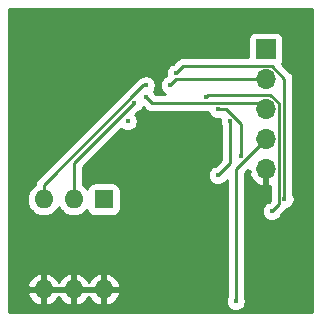
<source format=gbr>
G04 #@! TF.GenerationSoftware,KiCad,Pcbnew,(5.1.4)-1*
G04 #@! TF.CreationDate,2020-01-21T14:20:48+01:00*
G04 #@! TF.ProjectId,proj,70726f6a-2e6b-4696-9361-645f70636258,rev?*
G04 #@! TF.SameCoordinates,Original*
G04 #@! TF.FileFunction,Copper,L2,Bot*
G04 #@! TF.FilePolarity,Positive*
%FSLAX46Y46*%
G04 Gerber Fmt 4.6, Leading zero omitted, Abs format (unit mm)*
G04 Created by KiCad (PCBNEW (5.1.4)-1) date 2020-01-21 14:20:48*
%MOMM*%
%LPD*%
G04 APERTURE LIST*
%ADD10O,1.600000X1.600000*%
%ADD11R,1.600000X1.600000*%
%ADD12O,1.700000X1.700000*%
%ADD13R,1.700000X1.700000*%
%ADD14C,0.450000*%
%ADD15C,0.254000*%
G04 APERTURE END LIST*
D10*
X112776000Y-70612000D03*
X107696000Y-62992000D03*
X110236000Y-70612000D03*
X110236000Y-62992000D03*
X107696000Y-70612000D03*
D11*
X112776000Y-62992000D03*
D12*
X126492000Y-60452000D03*
X126492000Y-57912000D03*
X126492000Y-55372000D03*
X126492000Y-52832000D03*
D13*
X126492000Y-50292000D03*
D14*
X114808000Y-56388000D03*
X118872000Y-48768000D03*
X113284000Y-59944000D03*
X113284000Y-60960000D03*
X114300000Y-59944000D03*
X122428000Y-56646000D03*
X121920000Y-59944000D03*
X129032000Y-54356000D03*
X128524000Y-72136000D03*
X130048000Y-72136000D03*
X130048000Y-70612000D03*
X130048000Y-59944000D03*
X130048000Y-58420000D03*
X130048000Y-56896000D03*
X130048000Y-52324000D03*
X130048000Y-50800000D03*
X128524000Y-50800000D03*
X128524000Y-49276000D03*
X130048000Y-49276000D03*
X128524000Y-47752000D03*
X130048000Y-47752000D03*
X113284000Y-50292000D03*
X113284000Y-51816000D03*
X113284000Y-53340000D03*
X114300000Y-52324000D03*
X115316000Y-51308000D03*
X114300000Y-50292000D03*
X110744000Y-52324000D03*
X110744000Y-53848000D03*
X110744000Y-55372000D03*
X110744000Y-57404000D03*
X111760000Y-56388000D03*
X113792000Y-57912000D03*
X108712000Y-55372000D03*
X108712000Y-53848000D03*
X107188000Y-53848000D03*
X107188000Y-55372000D03*
X105664000Y-55372000D03*
X105664000Y-53848000D03*
X105664000Y-52324000D03*
X105664000Y-50800000D03*
X105664000Y-49276000D03*
X105664000Y-47752000D03*
X107188000Y-47244000D03*
X108712000Y-47244000D03*
X110236000Y-47244000D03*
X111760000Y-47244000D03*
X113284000Y-47244000D03*
X114808000Y-47244000D03*
X105664000Y-56896000D03*
X105664000Y-58420000D03*
X105664000Y-59944000D03*
X105664000Y-61468000D03*
X105664000Y-62992000D03*
X105664000Y-64516000D03*
X105664000Y-66040000D03*
X105664000Y-67564000D03*
X105664000Y-69088000D03*
X105664000Y-70612000D03*
X105664000Y-72136000D03*
X107188000Y-72136000D03*
X108712000Y-72136000D03*
X110236000Y-72136000D03*
X111760000Y-72136000D03*
X113284000Y-72136000D03*
X114808000Y-72136000D03*
X116332000Y-72136000D03*
X117856000Y-72136000D03*
X119380000Y-72136000D03*
X107188000Y-69088000D03*
X108712000Y-69088000D03*
X110236000Y-69088000D03*
X111760000Y-69088000D03*
X113284000Y-69088000D03*
X114808000Y-69088000D03*
X114808000Y-67564000D03*
X114808000Y-66040000D03*
X114808000Y-64516000D03*
X113284000Y-64516000D03*
X111760000Y-64516000D03*
X110236000Y-64516000D03*
X108712000Y-64516000D03*
X107188000Y-64516000D03*
X107188000Y-66040000D03*
X107188000Y-67564000D03*
X108712000Y-67564000D03*
X110236000Y-67564000D03*
X111760000Y-67564000D03*
X113284000Y-67564000D03*
X113284000Y-66040000D03*
X111760000Y-66040000D03*
X110236000Y-66040000D03*
X108712000Y-66040000D03*
X123444000Y-56387980D03*
X122428000Y-60960000D03*
X128075001Y-62992000D03*
X118872000Y-52324000D03*
X121412000Y-54356000D03*
X127000000Y-64008000D03*
X124375295Y-59351295D03*
X122428000Y-55372000D03*
X118364000Y-53340000D03*
X116332000Y-54356000D03*
X123952000Y-71628000D03*
X115316000Y-54864000D03*
X116332000Y-53340000D03*
D15*
X123444000Y-56706178D02*
X123444000Y-56387980D01*
X122428000Y-60960000D02*
X123444000Y-59944000D01*
X123444000Y-59944000D02*
X123444000Y-56706178D01*
X119468001Y-51727999D02*
X118872000Y-52324000D01*
X127021921Y-51727999D02*
X119468001Y-51727999D01*
X128075001Y-62992000D02*
X128075001Y-52781079D01*
X128075001Y-52781079D02*
X127021921Y-51727999D01*
X127596001Y-63411999D02*
X127000000Y-64008000D01*
X127596001Y-54842079D02*
X127596001Y-63411999D01*
X126884923Y-54131001D02*
X127596001Y-54842079D01*
X121412000Y-54356000D02*
X121636999Y-54131001D01*
X121636999Y-54131001D02*
X126884923Y-54131001D01*
X123136942Y-55372000D02*
X122428000Y-55372000D01*
X124375295Y-59351295D02*
X124375295Y-56610353D01*
X124375295Y-56610353D02*
X123136942Y-55372000D01*
X126492000Y-52832000D02*
X118872000Y-52832000D01*
X118872000Y-52832000D02*
X118364000Y-53340000D01*
X116840000Y-54864000D02*
X116332000Y-54356000D01*
X126492000Y-55372000D02*
X125984000Y-54864000D01*
X125984000Y-54864000D02*
X116840000Y-54864000D01*
X123952000Y-71309802D02*
X123952000Y-71628000D01*
X126492000Y-57912000D02*
X123952000Y-60452000D01*
X123952000Y-60452000D02*
X123952000Y-71309802D01*
X110236000Y-62992000D02*
X110236000Y-59944000D01*
X110236000Y-59944000D02*
X115316000Y-54864000D01*
X116131078Y-53340000D02*
X116332000Y-53340000D01*
X107696000Y-62992000D02*
X107696000Y-61775078D01*
X107696000Y-61775078D02*
X116131078Y-53340000D01*
G36*
X130429000Y-72517000D02*
G01*
X104775000Y-72517000D01*
X104775000Y-70961040D01*
X106304091Y-70961040D01*
X106398930Y-71225881D01*
X106543615Y-71467131D01*
X106732586Y-71675519D01*
X106958580Y-71843037D01*
X107212913Y-71963246D01*
X107346961Y-72003904D01*
X107569000Y-71881915D01*
X107569000Y-70739000D01*
X107823000Y-70739000D01*
X107823000Y-71881915D01*
X108045039Y-72003904D01*
X108179087Y-71963246D01*
X108433420Y-71843037D01*
X108659414Y-71675519D01*
X108848385Y-71467131D01*
X108966000Y-71271018D01*
X109083615Y-71467131D01*
X109272586Y-71675519D01*
X109498580Y-71843037D01*
X109752913Y-71963246D01*
X109886961Y-72003904D01*
X110109000Y-71881915D01*
X110109000Y-70739000D01*
X110363000Y-70739000D01*
X110363000Y-71881915D01*
X110585039Y-72003904D01*
X110719087Y-71963246D01*
X110973420Y-71843037D01*
X111199414Y-71675519D01*
X111388385Y-71467131D01*
X111506000Y-71271018D01*
X111623615Y-71467131D01*
X111812586Y-71675519D01*
X112038580Y-71843037D01*
X112292913Y-71963246D01*
X112426961Y-72003904D01*
X112649000Y-71881915D01*
X112649000Y-70739000D01*
X112903000Y-70739000D01*
X112903000Y-71881915D01*
X113125039Y-72003904D01*
X113259087Y-71963246D01*
X113513420Y-71843037D01*
X113739414Y-71675519D01*
X113928385Y-71467131D01*
X114073070Y-71225881D01*
X114167909Y-70961040D01*
X114046624Y-70739000D01*
X112903000Y-70739000D01*
X112649000Y-70739000D01*
X110363000Y-70739000D01*
X110109000Y-70739000D01*
X107823000Y-70739000D01*
X107569000Y-70739000D01*
X106425376Y-70739000D01*
X106304091Y-70961040D01*
X104775000Y-70961040D01*
X104775000Y-70262960D01*
X106304091Y-70262960D01*
X106425376Y-70485000D01*
X107569000Y-70485000D01*
X107569000Y-69342085D01*
X107823000Y-69342085D01*
X107823000Y-70485000D01*
X110109000Y-70485000D01*
X110109000Y-69342085D01*
X110363000Y-69342085D01*
X110363000Y-70485000D01*
X112649000Y-70485000D01*
X112649000Y-69342085D01*
X112903000Y-69342085D01*
X112903000Y-70485000D01*
X114046624Y-70485000D01*
X114167909Y-70262960D01*
X114073070Y-69998119D01*
X113928385Y-69756869D01*
X113739414Y-69548481D01*
X113513420Y-69380963D01*
X113259087Y-69260754D01*
X113125039Y-69220096D01*
X112903000Y-69342085D01*
X112649000Y-69342085D01*
X112426961Y-69220096D01*
X112292913Y-69260754D01*
X112038580Y-69380963D01*
X111812586Y-69548481D01*
X111623615Y-69756869D01*
X111506000Y-69952982D01*
X111388385Y-69756869D01*
X111199414Y-69548481D01*
X110973420Y-69380963D01*
X110719087Y-69260754D01*
X110585039Y-69220096D01*
X110363000Y-69342085D01*
X110109000Y-69342085D01*
X109886961Y-69220096D01*
X109752913Y-69260754D01*
X109498580Y-69380963D01*
X109272586Y-69548481D01*
X109083615Y-69756869D01*
X108966000Y-69952982D01*
X108848385Y-69756869D01*
X108659414Y-69548481D01*
X108433420Y-69380963D01*
X108179087Y-69260754D01*
X108045039Y-69220096D01*
X107823000Y-69342085D01*
X107569000Y-69342085D01*
X107346961Y-69220096D01*
X107212913Y-69260754D01*
X106958580Y-69380963D01*
X106732586Y-69548481D01*
X106543615Y-69756869D01*
X106398930Y-69998119D01*
X106304091Y-70262960D01*
X104775000Y-70262960D01*
X104775000Y-62992000D01*
X106254057Y-62992000D01*
X106281764Y-63273309D01*
X106363818Y-63543808D01*
X106497068Y-63793101D01*
X106676392Y-64011608D01*
X106894899Y-64190932D01*
X107144192Y-64324182D01*
X107414691Y-64406236D01*
X107625508Y-64427000D01*
X107766492Y-64427000D01*
X107977309Y-64406236D01*
X108247808Y-64324182D01*
X108497101Y-64190932D01*
X108715608Y-64011608D01*
X108894932Y-63793101D01*
X108966000Y-63660142D01*
X109037068Y-63793101D01*
X109216392Y-64011608D01*
X109434899Y-64190932D01*
X109684192Y-64324182D01*
X109954691Y-64406236D01*
X110165508Y-64427000D01*
X110306492Y-64427000D01*
X110517309Y-64406236D01*
X110787808Y-64324182D01*
X111037101Y-64190932D01*
X111255608Y-64011608D01*
X111348419Y-63898518D01*
X111350188Y-63916482D01*
X111386498Y-64036180D01*
X111445463Y-64146494D01*
X111524815Y-64243185D01*
X111621506Y-64322537D01*
X111731820Y-64381502D01*
X111851518Y-64417812D01*
X111976000Y-64430072D01*
X113576000Y-64430072D01*
X113700482Y-64417812D01*
X113820180Y-64381502D01*
X113930494Y-64322537D01*
X114027185Y-64243185D01*
X114106537Y-64146494D01*
X114165502Y-64036180D01*
X114201812Y-63916482D01*
X114214072Y-63792000D01*
X114214072Y-62192000D01*
X114201812Y-62067518D01*
X114165502Y-61947820D01*
X114106537Y-61837506D01*
X114027185Y-61740815D01*
X113930494Y-61661463D01*
X113820180Y-61602498D01*
X113700482Y-61566188D01*
X113576000Y-61553928D01*
X111976000Y-61553928D01*
X111851518Y-61566188D01*
X111731820Y-61602498D01*
X111621506Y-61661463D01*
X111524815Y-61740815D01*
X111445463Y-61837506D01*
X111386498Y-61947820D01*
X111350188Y-62067518D01*
X111348419Y-62085482D01*
X111255608Y-61972392D01*
X111037101Y-61793068D01*
X110998000Y-61772168D01*
X110998000Y-60259630D01*
X114230704Y-57026927D01*
X114259782Y-57056005D01*
X114400637Y-57150122D01*
X114557147Y-57214951D01*
X114723297Y-57248000D01*
X114892703Y-57248000D01*
X115058853Y-57214951D01*
X115215363Y-57150122D01*
X115356218Y-57056005D01*
X115476005Y-56936218D01*
X115570122Y-56795363D01*
X115634951Y-56638853D01*
X115668000Y-56472703D01*
X115668000Y-56303297D01*
X115634951Y-56137147D01*
X115570122Y-55980637D01*
X115476005Y-55839782D01*
X115446927Y-55810704D01*
X115566637Y-55690994D01*
X115566853Y-55690951D01*
X115723363Y-55626122D01*
X115864218Y-55532005D01*
X115984005Y-55412218D01*
X116078122Y-55271363D01*
X116104954Y-55206584D01*
X116274716Y-55376346D01*
X116298578Y-55405422D01*
X116414608Y-55500645D01*
X116546985Y-55571402D01*
X116690622Y-55614974D01*
X116802574Y-55626000D01*
X116802583Y-55626000D01*
X116839999Y-55629685D01*
X116877415Y-55626000D01*
X121602353Y-55626000D01*
X121665878Y-55779363D01*
X121759995Y-55920218D01*
X121879782Y-56040005D01*
X122020637Y-56134122D01*
X122177147Y-56198951D01*
X122343297Y-56232000D01*
X122512703Y-56232000D01*
X122601699Y-56214298D01*
X122584000Y-56303277D01*
X122584000Y-56472683D01*
X122617049Y-56638833D01*
X122681878Y-56795343D01*
X122682001Y-56795527D01*
X122682000Y-59628369D01*
X122177364Y-60133006D01*
X122177147Y-60133049D01*
X122020637Y-60197878D01*
X121879782Y-60291995D01*
X121759995Y-60411782D01*
X121665878Y-60552637D01*
X121601049Y-60709147D01*
X121568000Y-60875297D01*
X121568000Y-61044703D01*
X121601049Y-61210853D01*
X121665878Y-61367363D01*
X121759995Y-61508218D01*
X121879782Y-61628005D01*
X122020637Y-61722122D01*
X122177147Y-61786951D01*
X122343297Y-61820000D01*
X122512703Y-61820000D01*
X122678853Y-61786951D01*
X122835363Y-61722122D01*
X122976218Y-61628005D01*
X123096005Y-61508218D01*
X123190000Y-61367545D01*
X123190001Y-71220453D01*
X123189878Y-71220637D01*
X123125049Y-71377147D01*
X123092000Y-71543297D01*
X123092000Y-71712703D01*
X123125049Y-71878853D01*
X123189878Y-72035363D01*
X123283995Y-72176218D01*
X123403782Y-72296005D01*
X123544637Y-72390122D01*
X123701147Y-72454951D01*
X123867297Y-72488000D01*
X124036703Y-72488000D01*
X124202853Y-72454951D01*
X124359363Y-72390122D01*
X124500218Y-72296005D01*
X124620005Y-72176218D01*
X124714122Y-72035363D01*
X124778951Y-71878853D01*
X124812000Y-71712703D01*
X124812000Y-71543297D01*
X124778951Y-71377147D01*
X124714122Y-71220637D01*
X124714000Y-71220454D01*
X124714000Y-60767630D01*
X125007000Y-60474630D01*
X125007000Y-60579002D01*
X125171844Y-60579002D01*
X125050524Y-60808890D01*
X125095175Y-60956099D01*
X125220359Y-61218920D01*
X125394412Y-61452269D01*
X125610645Y-61647178D01*
X125860748Y-61796157D01*
X126135109Y-61893481D01*
X126365000Y-61772814D01*
X126365000Y-60579000D01*
X126345000Y-60579000D01*
X126345000Y-60325000D01*
X126365000Y-60325000D01*
X126365000Y-60305000D01*
X126619000Y-60305000D01*
X126619000Y-60325000D01*
X126639000Y-60325000D01*
X126639000Y-60579000D01*
X126619000Y-60579000D01*
X126619000Y-61772814D01*
X126834002Y-61885666D01*
X126834002Y-63096368D01*
X126749364Y-63181006D01*
X126749147Y-63181049D01*
X126592637Y-63245878D01*
X126451782Y-63339995D01*
X126331995Y-63459782D01*
X126237878Y-63600637D01*
X126173049Y-63757147D01*
X126140000Y-63923297D01*
X126140000Y-64092703D01*
X126173049Y-64258853D01*
X126237878Y-64415363D01*
X126331995Y-64556218D01*
X126451782Y-64676005D01*
X126592637Y-64770122D01*
X126749147Y-64834951D01*
X126915297Y-64868000D01*
X127084703Y-64868000D01*
X127250853Y-64834951D01*
X127407363Y-64770122D01*
X127548218Y-64676005D01*
X127668005Y-64556218D01*
X127762122Y-64415363D01*
X127826951Y-64258853D01*
X127826994Y-64258636D01*
X128108347Y-63977283D01*
X128137423Y-63953421D01*
X128197858Y-63879780D01*
X128232549Y-63837510D01*
X128325854Y-63818951D01*
X128482364Y-63754122D01*
X128623219Y-63660005D01*
X128743006Y-63540218D01*
X128837123Y-63399363D01*
X128901952Y-63242853D01*
X128935001Y-63076703D01*
X128935001Y-62907297D01*
X128901952Y-62741147D01*
X128837123Y-62584637D01*
X128837001Y-62584454D01*
X128837001Y-52818501D01*
X128840687Y-52781078D01*
X128837001Y-52743653D01*
X128825975Y-52631701D01*
X128782403Y-52488064D01*
X128711646Y-52355687D01*
X128616423Y-52239657D01*
X128587352Y-52215800D01*
X127870513Y-51498960D01*
X127872537Y-51496494D01*
X127931502Y-51386180D01*
X127967812Y-51266482D01*
X127980072Y-51142000D01*
X127980072Y-49442000D01*
X127967812Y-49317518D01*
X127931502Y-49197820D01*
X127872537Y-49087506D01*
X127793185Y-48990815D01*
X127696494Y-48911463D01*
X127586180Y-48852498D01*
X127466482Y-48816188D01*
X127342000Y-48803928D01*
X125642000Y-48803928D01*
X125517518Y-48816188D01*
X125397820Y-48852498D01*
X125287506Y-48911463D01*
X125190815Y-48990815D01*
X125111463Y-49087506D01*
X125052498Y-49197820D01*
X125016188Y-49317518D01*
X125003928Y-49442000D01*
X125003928Y-50965999D01*
X119505424Y-50965999D01*
X119468001Y-50962313D01*
X119430578Y-50965999D01*
X119430575Y-50965999D01*
X119318623Y-50977025D01*
X119174986Y-51020597D01*
X119113365Y-51053534D01*
X119042608Y-51091354D01*
X119000220Y-51126142D01*
X118926579Y-51186577D01*
X118902717Y-51215653D01*
X118621364Y-51497006D01*
X118621147Y-51497049D01*
X118464637Y-51561878D01*
X118323782Y-51655995D01*
X118203995Y-51775782D01*
X118109878Y-51916637D01*
X118045049Y-52073147D01*
X118012000Y-52239297D01*
X118012000Y-52408703D01*
X118038875Y-52543814D01*
X117956637Y-52577878D01*
X117815782Y-52671995D01*
X117695995Y-52791782D01*
X117601878Y-52932637D01*
X117537049Y-53089147D01*
X117504000Y-53255297D01*
X117504000Y-53424703D01*
X117537049Y-53590853D01*
X117601878Y-53747363D01*
X117695995Y-53888218D01*
X117815782Y-54008005D01*
X117956454Y-54102000D01*
X117157647Y-54102000D01*
X117094122Y-53948637D01*
X117026878Y-53848000D01*
X117094122Y-53747363D01*
X117158951Y-53590853D01*
X117192000Y-53424703D01*
X117192000Y-53255297D01*
X117158951Y-53089147D01*
X117094122Y-52932637D01*
X117000005Y-52791782D01*
X116880218Y-52671995D01*
X116739363Y-52577878D01*
X116582853Y-52513049D01*
X116416703Y-52480000D01*
X116247297Y-52480000D01*
X116081147Y-52513049D01*
X115924637Y-52577878D01*
X115846635Y-52629998D01*
X115838063Y-52632598D01*
X115776442Y-52665535D01*
X115705685Y-52703355D01*
X115671558Y-52731363D01*
X115589656Y-52798578D01*
X115565794Y-52827654D01*
X107183649Y-61209799D01*
X107154579Y-61233656D01*
X107130722Y-61262726D01*
X107130721Y-61262727D01*
X107059355Y-61349686D01*
X106988599Y-61482063D01*
X106945027Y-61625700D01*
X106930412Y-61774086D01*
X106894899Y-61793068D01*
X106676392Y-61972392D01*
X106497068Y-62190899D01*
X106363818Y-62440192D01*
X106281764Y-62710691D01*
X106254057Y-62992000D01*
X104775000Y-62992000D01*
X104775000Y-46863000D01*
X130429000Y-46863000D01*
X130429000Y-72517000D01*
X130429000Y-72517000D01*
G37*
X130429000Y-72517000D02*
X104775000Y-72517000D01*
X104775000Y-70961040D01*
X106304091Y-70961040D01*
X106398930Y-71225881D01*
X106543615Y-71467131D01*
X106732586Y-71675519D01*
X106958580Y-71843037D01*
X107212913Y-71963246D01*
X107346961Y-72003904D01*
X107569000Y-71881915D01*
X107569000Y-70739000D01*
X107823000Y-70739000D01*
X107823000Y-71881915D01*
X108045039Y-72003904D01*
X108179087Y-71963246D01*
X108433420Y-71843037D01*
X108659414Y-71675519D01*
X108848385Y-71467131D01*
X108966000Y-71271018D01*
X109083615Y-71467131D01*
X109272586Y-71675519D01*
X109498580Y-71843037D01*
X109752913Y-71963246D01*
X109886961Y-72003904D01*
X110109000Y-71881915D01*
X110109000Y-70739000D01*
X110363000Y-70739000D01*
X110363000Y-71881915D01*
X110585039Y-72003904D01*
X110719087Y-71963246D01*
X110973420Y-71843037D01*
X111199414Y-71675519D01*
X111388385Y-71467131D01*
X111506000Y-71271018D01*
X111623615Y-71467131D01*
X111812586Y-71675519D01*
X112038580Y-71843037D01*
X112292913Y-71963246D01*
X112426961Y-72003904D01*
X112649000Y-71881915D01*
X112649000Y-70739000D01*
X112903000Y-70739000D01*
X112903000Y-71881915D01*
X113125039Y-72003904D01*
X113259087Y-71963246D01*
X113513420Y-71843037D01*
X113739414Y-71675519D01*
X113928385Y-71467131D01*
X114073070Y-71225881D01*
X114167909Y-70961040D01*
X114046624Y-70739000D01*
X112903000Y-70739000D01*
X112649000Y-70739000D01*
X110363000Y-70739000D01*
X110109000Y-70739000D01*
X107823000Y-70739000D01*
X107569000Y-70739000D01*
X106425376Y-70739000D01*
X106304091Y-70961040D01*
X104775000Y-70961040D01*
X104775000Y-70262960D01*
X106304091Y-70262960D01*
X106425376Y-70485000D01*
X107569000Y-70485000D01*
X107569000Y-69342085D01*
X107823000Y-69342085D01*
X107823000Y-70485000D01*
X110109000Y-70485000D01*
X110109000Y-69342085D01*
X110363000Y-69342085D01*
X110363000Y-70485000D01*
X112649000Y-70485000D01*
X112649000Y-69342085D01*
X112903000Y-69342085D01*
X112903000Y-70485000D01*
X114046624Y-70485000D01*
X114167909Y-70262960D01*
X114073070Y-69998119D01*
X113928385Y-69756869D01*
X113739414Y-69548481D01*
X113513420Y-69380963D01*
X113259087Y-69260754D01*
X113125039Y-69220096D01*
X112903000Y-69342085D01*
X112649000Y-69342085D01*
X112426961Y-69220096D01*
X112292913Y-69260754D01*
X112038580Y-69380963D01*
X111812586Y-69548481D01*
X111623615Y-69756869D01*
X111506000Y-69952982D01*
X111388385Y-69756869D01*
X111199414Y-69548481D01*
X110973420Y-69380963D01*
X110719087Y-69260754D01*
X110585039Y-69220096D01*
X110363000Y-69342085D01*
X110109000Y-69342085D01*
X109886961Y-69220096D01*
X109752913Y-69260754D01*
X109498580Y-69380963D01*
X109272586Y-69548481D01*
X109083615Y-69756869D01*
X108966000Y-69952982D01*
X108848385Y-69756869D01*
X108659414Y-69548481D01*
X108433420Y-69380963D01*
X108179087Y-69260754D01*
X108045039Y-69220096D01*
X107823000Y-69342085D01*
X107569000Y-69342085D01*
X107346961Y-69220096D01*
X107212913Y-69260754D01*
X106958580Y-69380963D01*
X106732586Y-69548481D01*
X106543615Y-69756869D01*
X106398930Y-69998119D01*
X106304091Y-70262960D01*
X104775000Y-70262960D01*
X104775000Y-62992000D01*
X106254057Y-62992000D01*
X106281764Y-63273309D01*
X106363818Y-63543808D01*
X106497068Y-63793101D01*
X106676392Y-64011608D01*
X106894899Y-64190932D01*
X107144192Y-64324182D01*
X107414691Y-64406236D01*
X107625508Y-64427000D01*
X107766492Y-64427000D01*
X107977309Y-64406236D01*
X108247808Y-64324182D01*
X108497101Y-64190932D01*
X108715608Y-64011608D01*
X108894932Y-63793101D01*
X108966000Y-63660142D01*
X109037068Y-63793101D01*
X109216392Y-64011608D01*
X109434899Y-64190932D01*
X109684192Y-64324182D01*
X109954691Y-64406236D01*
X110165508Y-64427000D01*
X110306492Y-64427000D01*
X110517309Y-64406236D01*
X110787808Y-64324182D01*
X111037101Y-64190932D01*
X111255608Y-64011608D01*
X111348419Y-63898518D01*
X111350188Y-63916482D01*
X111386498Y-64036180D01*
X111445463Y-64146494D01*
X111524815Y-64243185D01*
X111621506Y-64322537D01*
X111731820Y-64381502D01*
X111851518Y-64417812D01*
X111976000Y-64430072D01*
X113576000Y-64430072D01*
X113700482Y-64417812D01*
X113820180Y-64381502D01*
X113930494Y-64322537D01*
X114027185Y-64243185D01*
X114106537Y-64146494D01*
X114165502Y-64036180D01*
X114201812Y-63916482D01*
X114214072Y-63792000D01*
X114214072Y-62192000D01*
X114201812Y-62067518D01*
X114165502Y-61947820D01*
X114106537Y-61837506D01*
X114027185Y-61740815D01*
X113930494Y-61661463D01*
X113820180Y-61602498D01*
X113700482Y-61566188D01*
X113576000Y-61553928D01*
X111976000Y-61553928D01*
X111851518Y-61566188D01*
X111731820Y-61602498D01*
X111621506Y-61661463D01*
X111524815Y-61740815D01*
X111445463Y-61837506D01*
X111386498Y-61947820D01*
X111350188Y-62067518D01*
X111348419Y-62085482D01*
X111255608Y-61972392D01*
X111037101Y-61793068D01*
X110998000Y-61772168D01*
X110998000Y-60259630D01*
X114230704Y-57026927D01*
X114259782Y-57056005D01*
X114400637Y-57150122D01*
X114557147Y-57214951D01*
X114723297Y-57248000D01*
X114892703Y-57248000D01*
X115058853Y-57214951D01*
X115215363Y-57150122D01*
X115356218Y-57056005D01*
X115476005Y-56936218D01*
X115570122Y-56795363D01*
X115634951Y-56638853D01*
X115668000Y-56472703D01*
X115668000Y-56303297D01*
X115634951Y-56137147D01*
X115570122Y-55980637D01*
X115476005Y-55839782D01*
X115446927Y-55810704D01*
X115566637Y-55690994D01*
X115566853Y-55690951D01*
X115723363Y-55626122D01*
X115864218Y-55532005D01*
X115984005Y-55412218D01*
X116078122Y-55271363D01*
X116104954Y-55206584D01*
X116274716Y-55376346D01*
X116298578Y-55405422D01*
X116414608Y-55500645D01*
X116546985Y-55571402D01*
X116690622Y-55614974D01*
X116802574Y-55626000D01*
X116802583Y-55626000D01*
X116839999Y-55629685D01*
X116877415Y-55626000D01*
X121602353Y-55626000D01*
X121665878Y-55779363D01*
X121759995Y-55920218D01*
X121879782Y-56040005D01*
X122020637Y-56134122D01*
X122177147Y-56198951D01*
X122343297Y-56232000D01*
X122512703Y-56232000D01*
X122601699Y-56214298D01*
X122584000Y-56303277D01*
X122584000Y-56472683D01*
X122617049Y-56638833D01*
X122681878Y-56795343D01*
X122682001Y-56795527D01*
X122682000Y-59628369D01*
X122177364Y-60133006D01*
X122177147Y-60133049D01*
X122020637Y-60197878D01*
X121879782Y-60291995D01*
X121759995Y-60411782D01*
X121665878Y-60552637D01*
X121601049Y-60709147D01*
X121568000Y-60875297D01*
X121568000Y-61044703D01*
X121601049Y-61210853D01*
X121665878Y-61367363D01*
X121759995Y-61508218D01*
X121879782Y-61628005D01*
X122020637Y-61722122D01*
X122177147Y-61786951D01*
X122343297Y-61820000D01*
X122512703Y-61820000D01*
X122678853Y-61786951D01*
X122835363Y-61722122D01*
X122976218Y-61628005D01*
X123096005Y-61508218D01*
X123190000Y-61367545D01*
X123190001Y-71220453D01*
X123189878Y-71220637D01*
X123125049Y-71377147D01*
X123092000Y-71543297D01*
X123092000Y-71712703D01*
X123125049Y-71878853D01*
X123189878Y-72035363D01*
X123283995Y-72176218D01*
X123403782Y-72296005D01*
X123544637Y-72390122D01*
X123701147Y-72454951D01*
X123867297Y-72488000D01*
X124036703Y-72488000D01*
X124202853Y-72454951D01*
X124359363Y-72390122D01*
X124500218Y-72296005D01*
X124620005Y-72176218D01*
X124714122Y-72035363D01*
X124778951Y-71878853D01*
X124812000Y-71712703D01*
X124812000Y-71543297D01*
X124778951Y-71377147D01*
X124714122Y-71220637D01*
X124714000Y-71220454D01*
X124714000Y-60767630D01*
X125007000Y-60474630D01*
X125007000Y-60579002D01*
X125171844Y-60579002D01*
X125050524Y-60808890D01*
X125095175Y-60956099D01*
X125220359Y-61218920D01*
X125394412Y-61452269D01*
X125610645Y-61647178D01*
X125860748Y-61796157D01*
X126135109Y-61893481D01*
X126365000Y-61772814D01*
X126365000Y-60579000D01*
X126345000Y-60579000D01*
X126345000Y-60325000D01*
X126365000Y-60325000D01*
X126365000Y-60305000D01*
X126619000Y-60305000D01*
X126619000Y-60325000D01*
X126639000Y-60325000D01*
X126639000Y-60579000D01*
X126619000Y-60579000D01*
X126619000Y-61772814D01*
X126834002Y-61885666D01*
X126834002Y-63096368D01*
X126749364Y-63181006D01*
X126749147Y-63181049D01*
X126592637Y-63245878D01*
X126451782Y-63339995D01*
X126331995Y-63459782D01*
X126237878Y-63600637D01*
X126173049Y-63757147D01*
X126140000Y-63923297D01*
X126140000Y-64092703D01*
X126173049Y-64258853D01*
X126237878Y-64415363D01*
X126331995Y-64556218D01*
X126451782Y-64676005D01*
X126592637Y-64770122D01*
X126749147Y-64834951D01*
X126915297Y-64868000D01*
X127084703Y-64868000D01*
X127250853Y-64834951D01*
X127407363Y-64770122D01*
X127548218Y-64676005D01*
X127668005Y-64556218D01*
X127762122Y-64415363D01*
X127826951Y-64258853D01*
X127826994Y-64258636D01*
X128108347Y-63977283D01*
X128137423Y-63953421D01*
X128197858Y-63879780D01*
X128232549Y-63837510D01*
X128325854Y-63818951D01*
X128482364Y-63754122D01*
X128623219Y-63660005D01*
X128743006Y-63540218D01*
X128837123Y-63399363D01*
X128901952Y-63242853D01*
X128935001Y-63076703D01*
X128935001Y-62907297D01*
X128901952Y-62741147D01*
X128837123Y-62584637D01*
X128837001Y-62584454D01*
X128837001Y-52818501D01*
X128840687Y-52781078D01*
X128837001Y-52743653D01*
X128825975Y-52631701D01*
X128782403Y-52488064D01*
X128711646Y-52355687D01*
X128616423Y-52239657D01*
X128587352Y-52215800D01*
X127870513Y-51498960D01*
X127872537Y-51496494D01*
X127931502Y-51386180D01*
X127967812Y-51266482D01*
X127980072Y-51142000D01*
X127980072Y-49442000D01*
X127967812Y-49317518D01*
X127931502Y-49197820D01*
X127872537Y-49087506D01*
X127793185Y-48990815D01*
X127696494Y-48911463D01*
X127586180Y-48852498D01*
X127466482Y-48816188D01*
X127342000Y-48803928D01*
X125642000Y-48803928D01*
X125517518Y-48816188D01*
X125397820Y-48852498D01*
X125287506Y-48911463D01*
X125190815Y-48990815D01*
X125111463Y-49087506D01*
X125052498Y-49197820D01*
X125016188Y-49317518D01*
X125003928Y-49442000D01*
X125003928Y-50965999D01*
X119505424Y-50965999D01*
X119468001Y-50962313D01*
X119430578Y-50965999D01*
X119430575Y-50965999D01*
X119318623Y-50977025D01*
X119174986Y-51020597D01*
X119113365Y-51053534D01*
X119042608Y-51091354D01*
X119000220Y-51126142D01*
X118926579Y-51186577D01*
X118902717Y-51215653D01*
X118621364Y-51497006D01*
X118621147Y-51497049D01*
X118464637Y-51561878D01*
X118323782Y-51655995D01*
X118203995Y-51775782D01*
X118109878Y-51916637D01*
X118045049Y-52073147D01*
X118012000Y-52239297D01*
X118012000Y-52408703D01*
X118038875Y-52543814D01*
X117956637Y-52577878D01*
X117815782Y-52671995D01*
X117695995Y-52791782D01*
X117601878Y-52932637D01*
X117537049Y-53089147D01*
X117504000Y-53255297D01*
X117504000Y-53424703D01*
X117537049Y-53590853D01*
X117601878Y-53747363D01*
X117695995Y-53888218D01*
X117815782Y-54008005D01*
X117956454Y-54102000D01*
X117157647Y-54102000D01*
X117094122Y-53948637D01*
X117026878Y-53848000D01*
X117094122Y-53747363D01*
X117158951Y-53590853D01*
X117192000Y-53424703D01*
X117192000Y-53255297D01*
X117158951Y-53089147D01*
X117094122Y-52932637D01*
X117000005Y-52791782D01*
X116880218Y-52671995D01*
X116739363Y-52577878D01*
X116582853Y-52513049D01*
X116416703Y-52480000D01*
X116247297Y-52480000D01*
X116081147Y-52513049D01*
X115924637Y-52577878D01*
X115846635Y-52629998D01*
X115838063Y-52632598D01*
X115776442Y-52665535D01*
X115705685Y-52703355D01*
X115671558Y-52731363D01*
X115589656Y-52798578D01*
X115565794Y-52827654D01*
X107183649Y-61209799D01*
X107154579Y-61233656D01*
X107130722Y-61262726D01*
X107130721Y-61262727D01*
X107059355Y-61349686D01*
X106988599Y-61482063D01*
X106945027Y-61625700D01*
X106930412Y-61774086D01*
X106894899Y-61793068D01*
X106676392Y-61972392D01*
X106497068Y-62190899D01*
X106363818Y-62440192D01*
X106281764Y-62710691D01*
X106254057Y-62992000D01*
X104775000Y-62992000D01*
X104775000Y-46863000D01*
X130429000Y-46863000D01*
X130429000Y-72517000D01*
M02*

</source>
